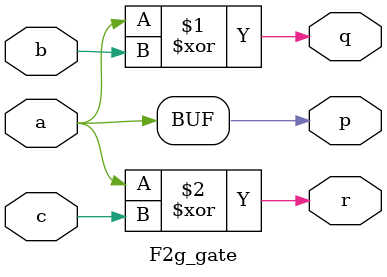
<source format=v>
`timescale 1ns / 1ps


module F2g_gate(
    input a,
    input b,
    input c,
    output p,
    output q,
    output r
    );
    assign p=a;
    assign q=a^b;
    assign r=a^c;
endmodule

</source>
